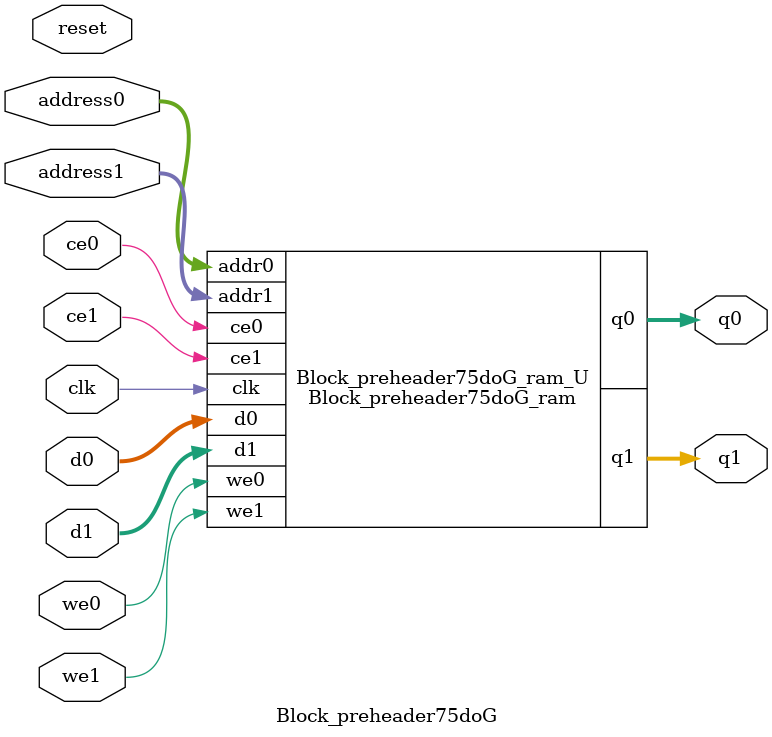
<source format=v>
`timescale 1 ns / 1 ps
module Block_preheader75doG_ram (addr0, ce0, d0, we0, q0, addr1, ce1, d1, we1, q1,  clk);

parameter DWIDTH = 5;
parameter AWIDTH = 13;
parameter MEM_SIZE = 4224;

input[AWIDTH-1:0] addr0;
input ce0;
input[DWIDTH-1:0] d0;
input we0;
output reg[DWIDTH-1:0] q0;
input[AWIDTH-1:0] addr1;
input ce1;
input[DWIDTH-1:0] d1;
input we1;
output reg[DWIDTH-1:0] q1;
input clk;

(* ram_style = "block" *)reg [DWIDTH-1:0] ram[0:MEM_SIZE-1];




always @(posedge clk)  
begin 
    if (ce0) begin
        if (we0) 
            ram[addr0] <= d0; 
        q0 <= ram[addr0];
    end
end


always @(posedge clk)  
begin 
    if (ce1) begin
        if (we1) 
            ram[addr1] <= d1; 
        q1 <= ram[addr1];
    end
end


endmodule

`timescale 1 ns / 1 ps
module Block_preheader75doG(
    reset,
    clk,
    address0,
    ce0,
    we0,
    d0,
    q0,
    address1,
    ce1,
    we1,
    d1,
    q1);

parameter DataWidth = 32'd5;
parameter AddressRange = 32'd4224;
parameter AddressWidth = 32'd13;
input reset;
input clk;
input[AddressWidth - 1:0] address0;
input ce0;
input we0;
input[DataWidth - 1:0] d0;
output[DataWidth - 1:0] q0;
input[AddressWidth - 1:0] address1;
input ce1;
input we1;
input[DataWidth - 1:0] d1;
output[DataWidth - 1:0] q1;



Block_preheader75doG_ram Block_preheader75doG_ram_U(
    .clk( clk ),
    .addr0( address0 ),
    .ce0( ce0 ),
    .we0( we0 ),
    .d0( d0 ),
    .q0( q0 ),
    .addr1( address1 ),
    .ce1( ce1 ),
    .we1( we1 ),
    .d1( d1 ),
    .q1( q1 ));

endmodule


</source>
